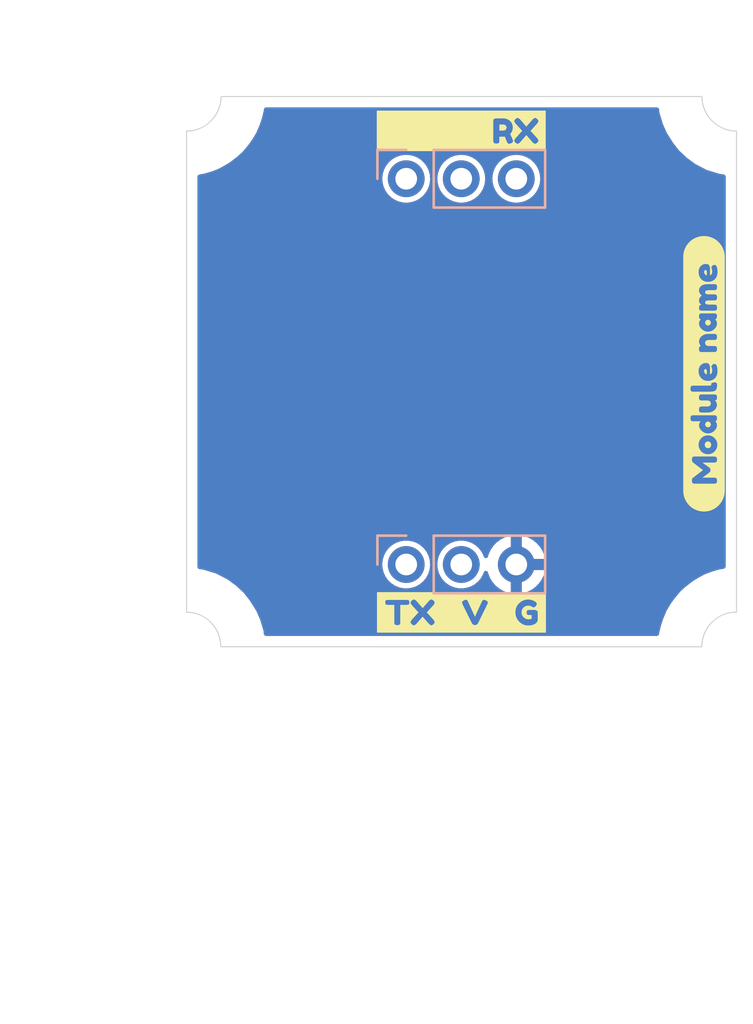
<source format=kicad_pcb>
(kicad_pcb (version 20211014) (generator pcbnew)
  (title_block (title "PRODUCT NAME"))
  (layers (0 "F.Cu" signal) (31 "B.Cu" signal) (34 "B.Paste" user) (35 "F.Paste" user) (36 "B.SilkS" user "B.Silkscreen") (37 "F.SilkS" user "F.Silkscreen") (38 "B.Mask" user) (39 "F.Mask" user) (44 "Edge.Cuts" user))
  (net 0 "")
  (net 1 "GND")
  (net 2 "V")
  (net 5 "RX")
  (net 6 "TX")
  (footprint "kibuzzard-63E396F1" (layer "F.Cu") (at 89.3842 56.8384)
    (fp_text reference "kibuzzard-63E396F1" hide)
    (fp_text value "G***" hide)
    (fp_poly (pts (xy -3.567824 -0.935567) (xy -3.898553 -0.935567) (xy -3.898553 0.935567) (xy -3.567824 0.935567) (xy -2.962275 0.935567) (xy -2.962275 0.588963) (xy -3.040856 0.579438) (xy -3.082131 0.546894) (xy -3.096419 0.505619) (xy -3.0988 0.45085) (xy -3.0988 -0.346075) (xy -3.4036 -0.346075) (xy -3.478213 -0.357981) (xy -3.509963 -0.395287) (xy -3.5179 -0.461962) (xy -3.509963 -0.527844) (xy -3.482975 -0.561975) (xy -3.402013 -0.576262) (xy -2.519363 -0.576262) (xy -2.44475 -0.564356) (xy -2.413 -0.52705) (xy -2.405063 -0.460375) (xy -2.413 -0.394494) (xy -2.439988 -0.360362) (xy -2.52095 -0.346075) (xy -2.824163 -0.346075) (xy -2.824163 0.452438) (xy -2.826544 0.506413) (xy -2.840831 0.546894) (xy -2.8829 0.579438) (xy -2.962275 0.588963) (xy -2.962275 0.935567) (xy -1.393031 0.935567) (xy -1.393031 0.604838) (xy -1.490663 0.541338) (xy -1.792288 0.195263) (xy -2.093913 0.541338) (xy -2.191544 0.604838) (xy -2.294731 0.548481) (xy -2.357438 0.452438) (xy -2.301875 0.350838) (xy -1.982788 0) (xy -2.301875 -0.350837) (xy -2.357438 -0.45085) (xy -2.295525 -0.548481) (xy -2.191544 -0.604838) (xy -2.093913 -0.541337) (xy -1.792288 -0.195262) (xy -1.490663 -0.541337) (xy -1.393031 -0.604838) (xy -1.290638 -0.549275) (xy -1.228725 -0.45085) (xy -1.2827 -0.350837) (xy -1.601788 0) (xy -1.2827 0.350838) (xy -1.228725 0.452438) (xy -1.289844 0.549275) (xy -1.393031 0.604838) (xy -1.393031 0.935567) (xy 0.630237 0.935567) (xy 0.630237 0.587375) (xy 0.614362 0.587375) (xy 0.538956 0.565944) (xy 0.485775 0.509588) (xy 0.047625 -0.379412) (xy 0.023812 -0.455612) (xy 0.047228 -0.508794) (xy 0.117475 -0.557212) (xy 0.197644 -0.5842) (xy 0.239713 -0.57785) (xy 0.2667 -0.555625) (xy 0.292894 -0.513556) (xy 0.314127 -0.469106) (xy 0.354013 -0.381794) (xy 0.405011 -0.269677) (xy 0.459581 -0.150812) (xy 0.51435 -0.031948) (xy 0.565944 0.080169) (xy 0.605036 0.164902) (xy 0.6223 0.201613) (xy 0.9398 -0.493713) (xy 0.962025 -0.541337) (xy 1.031875 -0.5842) (xy 1.125538 -0.557212) (xy 1.195784 -0.508794) (xy 1.2192 -0.455612) (xy 1.195388 -0.379412) (xy 0.757238 0.509588) (xy 0.704056 0.565944) (xy 0.630237 0.587375) (xy 0.630237 0.935567) (xy 3.0734 0.935567) (xy 3.0734 0.604838) (xy 2.959001 0.593675) (xy 2.852341 0.560189) (xy 2.75342 0.504379) (xy 2.662238 0.426244) (xy 2.585839 0.332333) (xy 2.531269 0.229195) (xy 2.498527 0.11683) (xy 2.487613 -0.004762) (xy 2.498725 -0.12576) (xy 2.532063 -0.236339) (xy 2.587625 -0.3365) (xy 2.665413 -0.426244) (xy 2.758281 -0.500211) (xy 2.859088 -0.553045) (xy 2.967831 -0.584746) (xy 3.084513 -0.595312) (xy 3.207103 -0.581554) (xy 3.325107 -0.540279) (xy 3.438525 -0.471487) (xy 3.481388 -0.400844) (xy 3.444875 -0.31115) (xy 3.385741 -0.248047) (xy 3.332163 -0.227012) (xy 3.235325 -0.270669) (xy 3.1623 -0.303411) (xy 3.076575 -0.314325) (xy 2.962672 -0.293092) (xy 2.862263 -0.229394) (xy 2.792016 -0.131366) (xy 2.7686 -0.007144) (xy 2.779183 0.079816) (xy 2.810933 0.157603) (xy 2.86385 0.226219) (xy 2.96545 0.298252) (xy 3.07975 0.322263) (xy 3.162697 0.315119) (xy 3.236913 0.293688) (xy 3.236913 0.12065) (xy 3.1115 0.12065) (xy 3.04165 0.10795) (xy 3.014663 0.070644) (xy 3.008313 0.003969) (xy 3.015456 -0.0635) (xy 3.04165 -0.098425) (xy 3.11785 -0.112712) (xy 3.39725 -0.112712) (xy 3.502025 -0.068262) (xy 3.5179 0.020638) (xy 3.5179 0.369888) (xy 3.47345 0.466725) (xy 3.398441 0.527149) (xy 3.306763 0.570309) (xy 3.198416 0.596205) (xy 3.0734 0.604838) (xy 3.0734 0.935567) (xy 3.567824 0.935567) (xy 3.898553 0.935567) (xy 3.898553 -0.935567) (xy 3.567824 -0.935567) (xy -3.567824 -0.935567)) (layer "F.SilkS") (width 0) (fill solid))
  )
  (footprint "kibuzzard-63E392E0" (layer "F.Cu") (at 100.5742 45.8284 90)
    (fp_text reference "kibuzzard-63E392E0" hide)
    (fp_text value "G***" hide)
    (fp_poly (pts (xy 2.220913 0.187325) (xy 2.262188 0.281781) (xy 2.3622 0.32385) (xy 2.459831 0.280987) (xy 2.498725 0.186531) (xy 2.461419 0.090488) (xy 2.361406 0.046037) (xy 2.259806 0.090488) (xy 2.220913 0.187325)) (layer "F.SilkS") (width 0) (fill solid))
    (fp_poly (pts (xy -2.433637 0.282575) (xy -2.333625 0.325438) (xy -2.235994 0.282575) (xy -2.1971 0.188119) (xy -2.234406 0.092075) (xy -2.335212 0.047625) (xy -2.436812 0.091281) (xy -2.474912 0.187325) (xy -2.433637 0.282575)) (layer "F.SilkS") (width 0) (fill solid))
    (fp_poly (pts (xy -3.381375 0.300831) (xy -3.278187 0.339725) (xy -3.173412 0.300037) (xy -3.134122 0.250825) (xy -3.121025 0.182563) (xy -3.133328 0.114697) (xy -3.170237 0.066675) (xy -3.2766 0.028575) (xy -3.382962 0.068263) (xy -3.419872 0.117277) (xy -3.432175 0.184944) (xy -3.419475 0.252413) (xy -3.381375 0.300831)) (layer "F.SilkS") (width 0) (fill solid))
    (fp_poly (pts (xy -5.070475 -0.956204) (xy -5.401204 -0.956204) (xy -5.494928 -0.9516) (xy -5.58775 -0.937831) (xy -5.678776 -0.91503) (xy -5.767128 -0.883417) (xy -5.851956 -0.843297) (xy -5.932443 -0.795055) (xy -6.007814 -0.739156) (xy -6.077343 -0.676138) (xy -6.14036 -0.60661) (xy -6.196259 -0.531239) (xy -6.244501 -0.450752) (xy -6.284622 -0.365923) (xy -6.316234 -0.277571) (xy -6.339035 -0.186546) (xy -6.352804 -0.093724) (xy -6.357408 0) (xy -6.352804 0.093724) (xy -6.339035 0.186546) (xy -6.316234 0.277571) (xy -6.284622 0.365923) (xy -6.244501 0.450752) (xy -6.196259 0.531239) (xy -6.14036 0.60661) (xy -6.077343 0.676138) (xy -6.007814 0.739156) (xy -5.932443 0.795055) (xy -5.851956 0.843297) (xy -5.767128 0.883417) (xy -5.678776 0.91503) (xy -5.58775 0.937831) (xy -5.494928 0.9516) (xy -5.401204 0.956204) (xy -5.070475 0.956204) (xy -3.952875 0.956204) (xy -3.952875 0.60325) (xy -4.0259 0.595313) (xy -4.067175 0.576263) (xy -4.0894 0.544513) (xy -4.097337 0.461963) (xy -4.097337 -0.06985) (xy -4.146153 -0.006152) (xy -4.213225 0.086519) (xy -4.275534 0.173633) (xy -4.310062 0.220663) (xy -4.338637 0.257969) (xy -4.377531 0.286544) (xy -4.444206 0.3048) (xy -4.509294 0.288131) (xy -4.551362 0.255587) (xy -4.564062 0.238125) (xy -4.611291 0.176014) (xy -4.689475 0.069056) (xy -4.761706 -0.030361) (xy -4.791075 -0.06985) (xy -4.791075 0.465137) (xy -4.793456 0.519906) (xy -4.808537 0.560387) (xy -4.8514 0.592534) (xy -4.932362 0.60325) (xy -5.010944 0.592534) (xy -5.053012 0.560387) (xy -5.068094 0.519113) (xy -5.070475 0.461963) (xy -5.070475 -0.4191) (xy -5.068094 -0.473869) (xy -5.053012 -0.515937) (xy -5.01015 -0.546894) (xy -4.929187 -0.557213) (xy -4.855369 -0.546894) (xy -4.814887 -0.525463) (xy -4.805362 -0.515937) (xy -4.445 -0.042862) (xy -4.344225 -0.176022) (xy -4.257802 -0.289751) (xy -4.185729 -0.384048) (xy -4.128008 -0.458915) (xy -4.084637 -0.51435) (xy -4.039195 -0.546497) (xy -3.956844 -0.557213) (xy -3.875683 -0.546497) (xy -3.833812 -0.51435) (xy -3.818731 -0.471488) (xy -3.81635 -0.415925) (xy -3.81635 0.465137) (xy -3.831431 0.552053) (xy -3.876675 0.593725) (xy -3.952875 0.60325) (xy -3.952875 0.956204) (xy -3.2766 0.956204) (xy -3.2766 0.619125) (xy -3.379787 0.606227) (xy -3.4798 0.567531) (xy -3.570486 0.503634) (xy -3.645694 0.415131) (xy -3.696295 0.307777) (xy -3.713162 0.187325) (xy -3.698346 0.067733) (xy -3.653896 -0.037042) (xy -3.579812 -0.127) (xy -3.486679 -0.195792) (xy -3.385079 -0.237067) (xy -3.275012 -0.250825) (xy -3.165122 -0.237155) (xy -3.064051 -0.196144) (xy -2.9718 -0.127794) (xy -2.898599 -0.038276) (xy -2.854678 0.066234) (xy -2.840037 0.185738) (xy -2.857103 0.310158) (xy -2.9083 0.419894) (xy -2.983905 0.508794) (xy -3.074194 0.570706) (xy -3.173611 0.60702) (xy -3.2766 0.619125) (xy -3.2766 0.956204) (xy -2.066131 0.956204) (xy -2.066131 0.60325) (xy -2.152055 0.583803) (xy -2.189162 0.525463) (xy -2.268934 0.582613) (xy -2.3749 0.601663) (xy -2.467328 0.587816) (xy -2.554111 0.546276) (xy -2.63525 0.477044) (xy -2.700514 0.389378) (xy -2.739672 0.292541) (xy -2.752725 0.186531) (xy -2.739584 0.080433) (xy -2.700161 -0.016669) (xy -2.634456 -0.104775) (xy -2.553053 -0.174449) (xy -2.466534 -0.216253) (xy -2.3749 -0.230188) (xy -2.270522 -0.210344) (xy -2.192337 -0.150812) (xy -2.192337 -0.484187) (xy -2.189956 -0.538956) (xy -2.175669 -0.580231) (xy -2.1336 -0.612775) (xy -2.053431 -0.6223) (xy -1.973262 -0.612775) (xy -1.931194 -0.579437) (xy -1.916906 -0.537369) (xy -1.914525 -0.4826) (xy -1.914525 0.465137) (xy -1.916906 0.519906) (xy -1.931987 0.560387) (xy -1.97743 0.592534) (xy -2.066131 0.60325) (xy -2.066131 0.956204) (xy -1.0922 0.956204) (xy -1.0922 0.60325) (xy -1.170384 0.593725) (xy -1.211262 0.56515) (xy -1.227137 0.500063) (xy -1.255712 0.531813) (xy -1.298575 0.566738) (xy -1.41605 0.601663) (xy -1.516856 0.588169) (xy -1.605492 0.547688) (xy -1.681956 0.480219) (xy -1.740605 0.393347) (xy -1.775795 0.294658) (xy -1.787525 0.18415) (xy -1.787525 -0.093663) (xy -1.785144 -0.149225) (xy -1.77165 -0.1905) (xy -1.729581 -0.222647) (xy -1.647825 -0.233363) (xy -1.559719 -0.218281) (xy -1.51765 -0.173037) (xy -1.508125 -0.092075) (xy -1.508125 0.185738) (xy -1.470819 0.287337) (xy -1.370806 0.32385) (xy -1.269206 0.28575) (xy -1.230312 0.185738) (xy -1.230312 -0.09525) (xy -1.227931 -0.150019) (xy -1.21285 -0.192088) (xy -1.171972 -0.223044) (xy -1.090612 -0.233363) (xy -1.010047 -0.222647) (xy -0.968375 -0.1905) (xy -0.954881 -0.148431) (xy -0.9525 -0.093663) (xy -0.9525 0.468313) (xy -0.954881 0.521494) (xy -0.969962 0.561975) (xy -1.012428 0.592931) (xy -1.0922 0.60325) (xy -1.0922 0.956204) (xy -0.4953 0.956204) (xy -0.4953 0.605631) (xy -0.6223 0.598488) (xy -0.723106 0.570309) (xy -0.78105 0.517525) (xy -0.814387 0.416719) (xy -0.8255 0.269875) (xy -0.8255 -0.485775) (xy -0.823119 -0.540544) (xy -0.809625 -0.582613) (xy -0.767556 -0.614759) (xy -0.6858 -0.625475) (xy -0.607219 -0.614759) (xy -0.56515 -0.582613) (xy -0.550069 -0.53975) (xy -0.547687 -0.484187) (xy -0.547687 0.250825) (xy -0.538162 0.323056) (xy -0.496094 0.338138) (xy -0.452437 0.340519) (xy -0.42545 0.354012) (xy -0.3937 0.466725) (xy -0.401637 0.547291) (xy -0.42545 0.588963) (xy -0.4953 0.605631) (xy -0.4953 0.956204) (xy 0.12065 0.956204) (xy 0.12065 0.625475) (xy 0.009724 0.615355) (xy -0.088106 0.584994) (xy -0.169267 0.537964) (xy -0.230187 0.477837) (xy -0.28575 0.388761) (xy -0.319087 0.292982) (xy -0.3302 0.1905) (xy -0.315824 0.066058) (xy -0.272697 -0.040569) (xy -0.200819 -0.129381) (xy -0.107421 -0.195968) (xy 0.000265 -0.23592) (xy 0.122238 -0.249238) (xy 0.225227 -0.239514) (xy 0.313531 -0.210344) (xy 0.387152 -0.161727) (xy 0.446088 -0.093663) (xy 0.486569 -0.007342) (xy 0.500063 0.086519) (xy 0.487958 0.17145) (xy 0.451644 0.230981) (xy 0.344488 0.277813) (xy -0.03175 0.277813) (xy 0.020638 0.352425) (xy 0.125413 0.382588) (xy 0.207566 0.377825) (xy 0.269875 0.363538) (xy 0.287338 0.357188) (xy 0.350838 0.339725) (xy 0.43815 0.411163) (xy 0.458788 0.484187) (xy 0.437654 0.546001) (xy 0.374253 0.590153) (xy 0.268585 0.616645) (xy 0.12065 0.625475) (xy 0.12065 0.956204) (xy 1.700213 0.956204) (xy 1.700213 0.60325) (xy 1.611313 0.588566) (xy 1.570038 0.544513) (xy 1.560513 0.46355) (xy 1.560513 0.18415) (xy 1.523206 0.08255) (xy 1.423194 0.046037) (xy 1.321594 0.084138) (xy 1.2827 0.18415) (xy 1.2827 0.465137) (xy 1.280319 0.519906) (xy 1.265238 0.560387) (xy 1.224359 0.592534) (xy 1.143 0.60325) (xy 1.062434 0.592534) (xy 1.020763 0.560387) (xy 1.007269 0.518319) (xy 1.004888 0.46355) (xy 1.004888 -0.098425) (xy 1.007269 -0.151606) (xy 1.02235 -0.192088) (xy 1.064022 -0.221853) (xy 1.144588 -0.231775) (xy 1.222772 -0.222647) (xy 1.26365 -0.195263) (xy 1.279525 -0.130175) (xy 1.3081 -0.161925) (xy 1.350963 -0.195263) (xy 1.470025 -0.231775) (xy 1.569949 -0.218281) (xy 1.658056 -0.1778) (xy 1.734344 -0.110331) (xy 1.792993 -0.02346) (xy 1.828183 0.07523) (xy 1.839913 0.185738) (xy 1.839913 0.465137) (xy 1.837531 0.519906) (xy 1.824038 0.560387) (xy 1.781969 0.592534) (xy 1.700213 0.60325) (xy 1.700213 0.956204) (xy 2.661444 0.956204) (xy 2.661444 0.601663) (xy 2.545556 0.580231) (xy 2.511425 0.517525) (xy 2.433042 0.580628) (xy 2.315369 0.601663) (xy 2.226028 0.587728) (xy 2.141097 0.545924) (xy 2.060575 0.47625) (xy 1.995311 0.388144) (xy 1.956153 0.291042) (xy 1.9431 0.184944) (xy 1.956241 0.078934) (xy 1.995664 -0.017903) (xy 2.061369 -0.105569) (xy 2.142772 -0.174801) (xy 2.229291 -0.216341) (xy 2.320925 -0.230188) (xy 2.41935 -0.211138) (xy 2.481263 -0.175419) (xy 2.509838 -0.142875) (xy 2.545953 -0.20955) (xy 2.63525 -0.231775) (xy 2.727325 -0.22225) (xy 2.769394 -0.188912) (xy 2.783681 -0.146844) (xy 2.786063 -0.092075) (xy 2.786063 0.46355) (xy 2.783681 0.518319) (xy 2.770188 0.560387) (xy 2.731889 0.591344) (xy 2.661444 0.601663) (xy 2.661444 0.956204) (xy 3.997325 0.956204) (xy 3.997325 0.604838) (xy 3.916759 0.593725) (xy 3.875088 0.560387) (xy 3.861594 0.518319) (xy 3.859213 0.46355) (xy 3.859213 0.185738) (xy 3.834606 0.082153) (xy 3.760788 0.047625) (xy 3.685381 0.084138) (xy 3.665538 0.187325) (xy 3.665538 0.465137) (xy 3.663156 0.5207) (xy 3.648075 0.561975) (xy 3.606006 0.594122) (xy 3.52425 0.604838) (xy 3.443684 0.593725) (xy 3.402013 0.560387) (xy 3.388519 0.518319) (xy 3.386138 0.46355) (xy 3.386138 0.185738) (xy 3.361531 0.082153) (xy 3.287713 0.047625) (xy 3.216275 0.082153) (xy 3.192463 0.185738) (xy 3.192463 0.466725) (xy 3.190081 0.521494) (xy 3.175 0.563563) (xy 3.132138 0.594519) (xy 3.051175 0.604838) (xy 2.970609 0.594122) (xy 2.928938 0.561975) (xy 2.915444 0.5207) (xy 2.913063 0.465137) (xy 2.913063 -0.093663) (xy 2.915444 -0.148431) (xy 2.930525 -0.188912) (xy 2.970609 -0.221059) (xy 3.043238 -0.231775) (xy 3.159125 -0.2032) (xy 3.186113 -0.12065) (xy 3.268266 -0.205184) (xy 3.3655 -0.233363) (xy 3.464278 -0.218017) (xy 3.544711 -0.171979) (xy 3.6068 -0.09525) (xy 3.648869 -0.145256) (xy 3.72745 -0.202406) (xy 3.838575 -0.233363) (xy 3.955256 -0.208955) (xy 4.0513 -0.135731) (xy 4.098925 -0.056444) (xy 4.1275 0.051241) (xy 4.137025 0.187325) (xy 4.137025 0.465137) (xy 4.134644 0.519906) (xy 4.119563 0.561975) (xy 4.078684 0.594122) (xy 3.997325 0.604838) (xy 3.997325 0.956204) (xy 4.691063 0.956204) (xy 4.691063 0.625475) (xy 4.580136 0.615355) (xy 4.482306 0.584994) (xy 4.401145 0.537964) (xy 4.340225 0.477837) (xy 4.284663 0.388761) (xy 4.251325 0.292982) (xy 4.240213 0.1905) (xy 4.254588 0.066058) (xy 4.297715 -0.040569) (xy 4.369594 -0.129381) (xy 4.462992 -0.195968) (xy 4.570677 -0.23592) (xy 4.69265 -0.249238) (xy 4.795639 -0.239514) (xy 4.883944 -0.210344) (xy 4.957564 -0.161727) (xy 5.0165 -0.093663) (xy 5.056981 -0.007342) (xy 5.070475 0.086519) (xy 5.05837 0.17145) (xy 5.022056 0.230981) (xy 4.9149 0.277813) (xy 4.538663 0.277813) (xy 4.59105 0.352425) (xy 4.695825 0.382588) (xy 4.777978 0.377825) (xy 4.840288 0.363538) (xy 4.85775 0.357188) (xy 4.92125 0.339725) (xy 5.008563 0.411163) (xy 5.0292 0.484187) (xy 5.008066 0.546001) (xy 4.944666 0.590153) (xy 4.838998 0.616645) (xy 4.691063 0.625475) (xy 4.691063 0.956204) (xy 5.070475 0.956204) (xy 5.401204 0.956204) (xy 5.494929 0.9516) (xy 5.58775 0.937831) (xy 5.678776 0.91503) (xy 5.767128 0.883417) (xy 5.851956 0.843297) (xy 5.932443 0.795055) (xy 6.007814 0.739156) (xy 6.077343 0.676138) (xy 6.14036 0.606609) (xy 6.196259 0.531239) (xy 6.244501 0.450751) (xy 6.284622 0.365923) (xy 6.316234 0.277571) (xy 6.339035 0.186546) (xy 6.352804 0.093724) (xy 6.357408 0) (xy 6.352804 -0.093724) (xy 6.339035 -0.186546) (xy 6.316234 -0.277571) (xy 6.284622 -0.365923) (xy 6.244501 -0.450751) (xy 6.196259 -0.531239) (xy 6.14036 -0.606609) (xy 6.077343 -0.676138) (xy 6.007814 -0.739156) (xy 5.932443 -0.795055) (xy 5.851956 -0.843297) (xy 5.767128 -0.883417) (xy 5.678776 -0.91503) (xy 5.58775 -0.937831) (xy 5.494929 -0.9516) (xy 5.401204 -0.956204) (xy 5.070475 -0.956204) (xy -5.070475 -0.956204)) (layer "F.SilkS") (width 0) (fill solid))
    (fp_poly (pts (xy 4.735513 0.13335) (xy 4.795838 0.08255) (xy 4.768056 0.023812) (xy 4.688681 0.001587) (xy 4.586288 0.043656) (xy 4.535488 0.13335) (xy 4.735513 0.13335)) (layer "F.SilkS") (width 0) (fill solid))
    (fp_poly (pts (xy 0.1651 0.13335) (xy 0.225425 0.08255) (xy 0.197644 0.023812) (xy 0.118269 0.001587) (xy 0.015875 0.043656) (xy -0.034925 0.13335) (xy 0.1651 0.13335)) (layer "F.SilkS") (width 0) (fill solid))
  )
  (footprint "kibuzzard-63E39710" (layer "F.Cu") (at 89.3742 34.6184)
    (fp_text reference "kibuzzard-63E39710" hide)
    (fp_text value "G***" hide)
    (fp_poly (pts (xy -3.567824 -0.935567) (xy -3.898553 -0.935567) (xy -3.898553 0.935567) (xy -3.567824 0.935567) (xy 2.211305 0.935567) (xy 2.211305 0.598488) (xy 2.160505 0.583406) (xy 2.131136 0.55245) (xy 2.110322 0.507118) (xy 2.069047 0.411339) (xy 2.007311 0.265113) (xy 1.958099 0.268288) (xy 1.758074 0.268288) (xy 1.758074 0.447675) (xy 1.755692 0.502444) (xy 1.740611 0.544513) (xy 1.698542 0.576659) (xy 1.616786 0.587375) (xy 1.52868 0.572691) (xy 1.486611 0.528638) (xy 1.477086 0.446088) (xy 1.477086 -0.434975) (xy 1.479467 -0.489744) (xy 1.494549 -0.531812) (xy 1.536617 -0.563959) (xy 1.618374 -0.574675) (xy 1.961274 -0.574675) (xy 2.053525 -0.563386) (xy 2.144012 -0.529519) (xy 2.232736 -0.473075) (xy 2.29068 -0.415131) (xy 2.337511 -0.339725) (xy 2.368467 -0.250825) (xy 2.378786 -0.1524) (xy 2.365557 -0.039864) (xy 2.325869 0.058561) (xy 2.259724 0.142875) (xy 2.28724 0.207963) (xy 2.323224 0.291042) (xy 2.367674 0.392113) (xy 2.391486 0.474663) (xy 2.36688 0.530225) (xy 2.293061 0.576263) (xy 2.211305 0.598488) (xy 2.211305 0.935567) (xy 3.403517 0.935567) (xy 3.403517 0.604838) (xy 3.305886 0.541338) (xy 3.004261 0.195263) (xy 2.702636 0.541338) (xy 2.605005 0.604838) (xy 2.501817 0.548481) (xy 2.439111 0.452438) (xy 2.494674 0.350838) (xy 2.813761 0) (xy 2.494674 -0.350837) (xy 2.439111 -0.45085) (xy 2.501024 -0.548481) (xy 2.605005 -0.604838) (xy 2.702636 -0.541337) (xy 3.004261 -0.195262) (xy 3.305886 -0.541337) (xy 3.403517 -0.604838) (xy 3.505911 -0.549275) (xy 3.567824 -0.45085) (xy 3.513849 -0.350837) (xy 3.194761 0) (xy 3.513849 0.350838) (xy 3.567824 0.452438) (xy 3.506705 0.549275) (xy 3.403517 0.604838) (xy 3.403517 0.935567) (xy 3.567824 0.935567) (xy 3.898553 0.935567) (xy 3.898553 -0.935567) (xy 3.567824 -0.935567) (xy -3.567824 -0.935567)) (layer "F.SilkS") (width 0) (fill solid))
    (fp_poly (pts (xy 1.758074 -0.0127) (xy 1.961274 -0.0127) (xy 2.053349 -0.047625) (xy 2.099386 -0.1524) (xy 2.053349 -0.257969) (xy 1.958099 -0.293687) (xy 1.758074 -0.293687) (xy 1.758074 -0.0127)) (layer "F.SilkS") (width 0) (fill solid))
  )
  (footprint "Connector_PinHeader_2.54mm:PinHeader_1x03_P2.54mm_Vertical" (layer "B.Cu") (at 86.8342 36.8284 -90)
    (property "Reference" "J1")
    (property "Value" "UP (A)")
    (fp_text reference "J1" hide)
    (fp_text value "UP")
    (fp_line (start -1.33 1.33) (end 0 1.33) (layer "B.SilkS") (width 0.12))
    (fp_line (start -1.33 -1.27) (end 1.33 -1.27) (layer "B.SilkS") (width 0.12))
    (fp_line (start -1.33 -6.41) (end 1.33 -6.41) (layer "B.SilkS") (width 0.12))
    (fp_line (start -1.33 -1.27) (end -1.33 -6.41) (layer "B.SilkS") (width 0.12))
    (fp_line (start -1.33 0) (end -1.33 1.33) (layer "B.SilkS") (width 0.12))
    (fp_line (start 1.33 -1.27) (end 1.33 -6.41) (layer "B.SilkS") (width 0.12))
    (pad "1" thru_hole oval (at 0 0 270) (size 1.7 1.7) (drill 1) (layers *.Cu *.Mask))
    (pad "2" thru_hole oval (at 0 -2.54 270) (size 1.7 1.7) (drill 1) (layers *.Cu *.Mask))
    (pad "3" thru_hole oval (at 0 -5.08 270) (size 1.7 1.7) (drill 1) (layers *.Cu *.Mask) (net 5 "RX"))
  )
  (footprint "Connector_PinHeader_2.54mm:PinHeader_1x03_P2.54mm_Vertical" (layer "B.Cu") (at 86.8342 54.6284 -90)
    (property "Reference" "J2")
    (property "Value" "DOWN (A)")
    (fp_text reference "J2" hide)
    (fp_text value "DOWN")
    (fp_line (start -1.33 -6.41) (end 1.33 -6.41) (layer "B.SilkS") (width 0.12))
    (fp_line (start -1.33 0) (end -1.33 1.33) (layer "B.SilkS") (width 0.12))
    (fp_line (start -1.33 1.33) (end 0 1.33) (layer "B.SilkS") (width 0.12))
    (fp_line (start -1.33 -1.27) (end -1.33 -6.41) (layer "B.SilkS") (width 0.12))
    (fp_line (start -1.33 -1.27) (end 1.33 -1.27) (layer "B.SilkS") (width 0.12))
    (fp_line (start 1.33 -1.27) (end 1.33 -6.41) (layer "B.SilkS") (width 0.12))
    (pad "1" thru_hole oval (at 0 0 270) (size 1.7 1.7) (drill 1) (layers *.Cu *.Mask) (net 6 "TX"))
    (pad "2" thru_hole oval (at 0 -2.54 270) (size 1.7 1.7) (drill 1) (layers *.Cu *.Mask) (net 2 "V"))
    (pad "3" thru_hole oval (at 0 -5.08 270) (size 1.7 1.7) (drill 1) (layers *.Cu *.Mask) (net 1 "GND"))
  )
  (gr_line (start 102.0754 34.6286) (end 102.0754 56.8234) (layer "Edge.Cuts") (width 0.05))
  (gr_line (start 76.6992 34.6284) (end 76.6992 56.829712) (layer "Edge.Cuts") (width 0.05))
  (gr_line (start 78.2742 58.4234) (end 100.4752 58.4236) (layer "Edge.Cuts") (width 0.05))
  (gr_arc (start 100.4752 58.4236) (mid 100.943888 57.292088) (end 102.0754 56.8234) (layer "Edge.Cuts") (width 0.05))
  (gr_arc (start 78.292888 33.034712) (mid 77.824209 34.159717) (end 76.6992 34.6284) (layer "Edge.Cuts") (width 0.05))
  (gr_arc (start 102.0754 34.6286) (mid 100.950383 34.159926) (end 100.481712 33.034912) (layer "Edge.Cuts") (width 0.05))
  (gr_line (start 100.481712 33.034912) (end 78.292888 33.034712) (layer "Edge.Cuts") (width 0.05))
  (gr_arc (start 76.6992 56.829712) (mid 77.817618 57.299535) (end 78.2742 58.4234) (layer "Edge.Cuts") (width 0.05))
  (gr_text "" (at 69.2742 75.4784 180) (layer "F.SilkS") (effects (font (size 1.27 1.27) (thickness 0.2))))
  (zone (net 0) (net_name "") (layers F&B.Cu) (connect_pads (clearance 0)) (min_thickness 0.254)
    (keepout (tracks not_allowed) (vias not_allowed) (pads allowed) (copperpour not_allowed) (footprints allowed))
    (fill (thermal_gap 0.508) (thermal_bridge_width 0.508))
    (polygon (pts (xy 76.6696 54.7654) (xy 76.9744 54.7908) (xy 77.4824 54.867) (xy 78.0666 55.0448) (xy 78.6 55.3242) (xy 78.981 55.6036) (xy 79.3366 55.9338) (xy 79.616 56.2894) (xy 79.9208 56.772) (xy 80.0986 57.1784) (xy 80.251 57.6864) (xy 80.3018 58.169) (xy 80.3272 58.4484) (xy 76.6696 58.4484)))
  )
  (zone (net 0) (net_name "") (layers F&B.Cu) (connect_pads (clearance 0)) (min_thickness 0.254)
    (keepout (tracks not_allowed) (vias not_allowed) (pads allowed) (copperpour not_allowed) (footprints allowed))
    (fill (thermal_gap 0.508) (thermal_bridge_width 0.508))
    (polygon (pts (xy 102.1004 58.437) (xy 98.4428 58.437) (xy 98.4682 58.056) (xy 98.519 57.7258) (xy 98.5952 57.421) (xy 98.6968 57.1162) (xy 98.8492 56.7606) (xy 99.027 56.4558) (xy 99.2302 56.1764) (xy 99.4842 55.8716) (xy 99.7382 55.643) (xy 100.0684 55.389) (xy 100.3224 55.2366) (xy 100.6018 55.0842) (xy 100.932 54.9572) (xy 101.2876 54.8556) (xy 101.7194 54.7794) (xy 102.1004 54.754)))
  )
  (zone (net 0) (net_name "") (layers F&B.Cu) (connect_pads (clearance 0)) (min_thickness 0.254)
    (keepout (tracks not_allowed) (vias not_allowed) (pads allowed) (copperpour not_allowed) (footprints allowed))
    (fill (thermal_gap 0.508) (thermal_bridge_width 0.508))
    (polygon (pts (xy 76.6728 33.020287) (xy 80.3304 33.020287) (xy 80.305 33.401287) (xy 80.2542 33.731487) (xy 80.178 34.036287) (xy 80.0764 34.341087) (xy 79.924 34.696687) (xy 79.7462 35.001487) (xy 79.543 35.280887) (xy 79.289 35.585687) (xy 79.035 35.814287) (xy 78.7048 36.068287) (xy 78.4508 36.220687) (xy 78.1714 36.373087) (xy 77.8412 36.500087) (xy 77.4856 36.601687) (xy 77.0538 36.677887) (xy 76.6728 36.703287)))
  )
  (zone (net 0) (net_name "") (layers F&B.Cu) (connect_pads (clearance 0)) (min_thickness 0.254)
    (keepout (tracks not_allowed) (vias not_allowed) (pads allowed) (copperpour not_allowed) (footprints allowed))
    (fill (thermal_gap 0.508) (thermal_bridge_width 0.508))
    (polygon (pts (xy 102.1004 36.704512) (xy 101.7956 36.679112) (xy 101.2876 36.602912) (xy 100.7034 36.425112) (xy 100.17 36.145712) (xy 99.789 35.866312) (xy 99.4334 35.536112) (xy 99.154 35.180512) (xy 98.8492 34.697912) (xy 98.6714 34.291512) (xy 98.519 33.783512) (xy 98.4682 33.300912) (xy 98.4428 33.021512) (xy 102.1004 33.021512)))
  )
  (zone (net 1) (net_name "GND") (layers F&B.Cu) (connect_pads (clearance 0)) (min_thickness 0.2) (fill yes (thermal_gap 0.508) (thermal_bridge_width 0.508) (smoothing fillet) (radius 0.5))
    (polygon (pts (xy 102.8542 58.9784) (xy 75.9542 58.9784) (xy 75.9542 32.3784) (xy 102.8542 32.3784)))
  )
)
</source>
